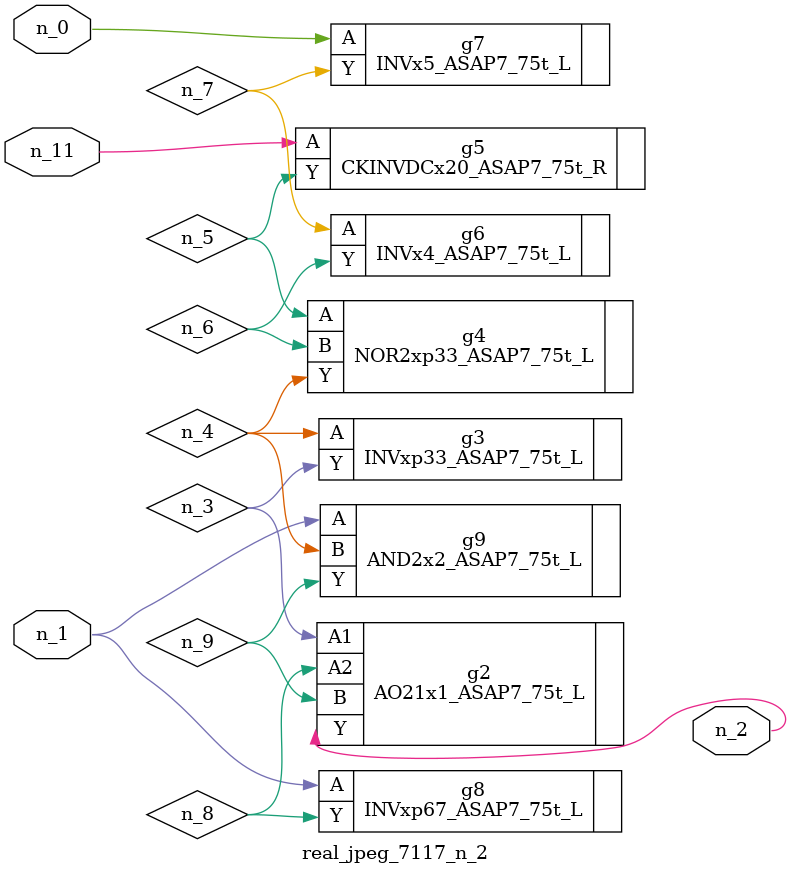
<source format=v>
module real_jpeg_7117_n_2 (n_1, n_11, n_0, n_2);

input n_1;
input n_11;
input n_0;

output n_2;

wire n_5;
wire n_8;
wire n_4;
wire n_6;
wire n_7;
wire n_3;
wire n_9;

INVx5_ASAP7_75t_L g7 ( 
.A(n_0),
.Y(n_7)
);

INVxp67_ASAP7_75t_L g8 ( 
.A(n_1),
.Y(n_8)
);

AND2x2_ASAP7_75t_L g9 ( 
.A(n_1),
.B(n_4),
.Y(n_9)
);

AO21x1_ASAP7_75t_L g2 ( 
.A1(n_3),
.A2(n_8),
.B(n_9),
.Y(n_2)
);

INVxp33_ASAP7_75t_L g3 ( 
.A(n_4),
.Y(n_3)
);

NOR2xp33_ASAP7_75t_L g4 ( 
.A(n_5),
.B(n_6),
.Y(n_4)
);

INVx4_ASAP7_75t_L g6 ( 
.A(n_7),
.Y(n_6)
);

CKINVDCx20_ASAP7_75t_R g5 ( 
.A(n_11),
.Y(n_5)
);


endmodule
</source>
